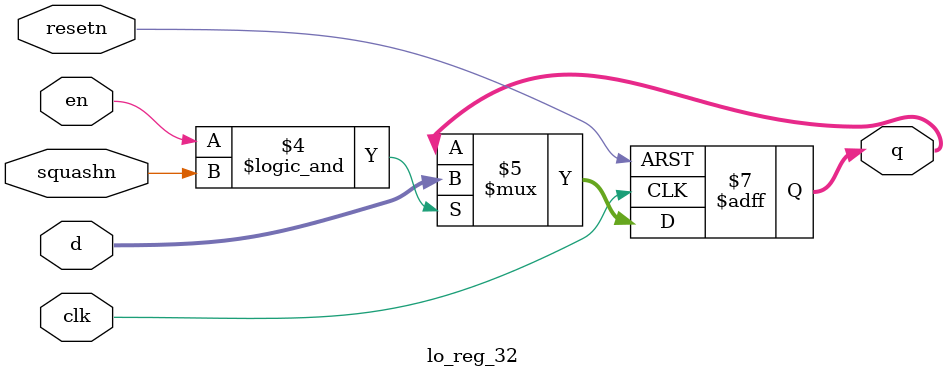
<source format=v>
/****************************************************************************
          Generic Register
****************************************************************************/
module lo_reg_32 (d,clk,resetn,squashn,en,q);

input clk;
input resetn;
input squashn;
input en;
input [32-1:0] d;
output [32-1:0] q;
reg [32-1:0] q;

always @(posedge clk or negedge resetn)		//asynchronous reset
begin
	if (resetn==0)
		q<=0;
	else if (en==1 && squashn)
		q<=d;
end

endmodule
</source>
